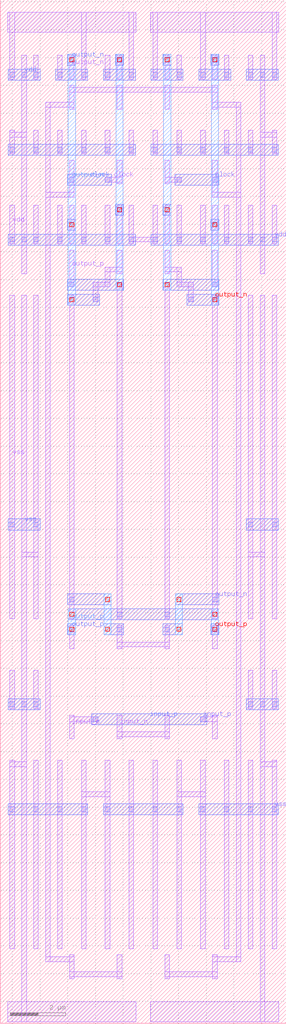
<source format=lef>
VERSION 5.8 ;
BUSBITCHARS "[]" ;
DIVIDERCHAR "/" ;

MACRO strong_arm
  CLASS BLOCK ;
  ORIGIN 0.43 35.79 ;
  FOREIGN strong_arm -0.43 -35.79 ;
  SIZE 10.32 BY 36.87 ;
  SYMMETRY X Y ;
  PIN clock
    DIRECTION INPUT ;
    USE CLOCK ;
    PORT
      LAYER met1 ;
        RECT 5.875 -5.6 7.455 -5.2 ;
        RECT 2.005 -5.6 3.585 -5.2 ;
      LAYER li1 ;
        RECT 7.225 -2.785 8.255 -2.615 ;
        RECT 8.085 -33.565 8.255 -2.615 ;
        RECT 7.225 -6.025 8.255 -5.855 ;
        RECT 7.225 -33.565 8.255 -33.395 ;
        RECT 7.225 -2.855 7.395 -2.005 ;
        RECT 7.225 -6.025 7.395 -4.705 ;
        RECT 7.225 -34.175 7.395 -33.325 ;
        RECT 2.065 -2.245 7.395 -2.075 ;
        RECT 5.505 -34.105 7.395 -33.935 ;
        RECT 5.505 -2.855 5.675 -2.005 ;
        RECT 5.505 -34.175 5.675 -33.325 ;
        RECT 3.785 -2.855 3.955 -2.005 ;
        RECT 3.785 -34.175 3.955 -33.325 ;
        RECT 2.065 -34.105 3.955 -33.935 ;
        RECT 2.065 -2.855 2.235 -2.005 ;
        RECT 2.065 -6.025 2.235 -4.705 ;
        RECT 2.065 -34.175 2.235 -33.325 ;
        RECT 1.205 -2.785 2.235 -2.615 ;
        RECT 1.205 -6.025 2.235 -5.855 ;
        RECT 1.205 -33.565 2.235 -33.395 ;
        RECT 1.205 -33.565 1.375 -2.615 ;
        RECT 5.505 -5.485 6.105 -5.315 ;
        RECT 5.505 -5.555 5.675 -4.705 ;
        RECT 3.785 -5.555 3.955 -4.705 ;
        RECT 3.355 -5.485 3.955 -5.315 ;
      LAYER mcon ;
        RECT 2.065 -5.485 2.235 -5.315 ;
        RECT 3.355 -5.485 3.525 -5.315 ;
        RECT 5.935 -5.485 6.105 -5.315 ;
        RECT 7.225 -5.485 7.395 -5.315 ;
    END
  END clock
  PIN input_n
    DIRECTION INPUT ;
    USE SIGNAL ;
    PORT
      LAYER li1 ;
        RECT 5.505 -25.535 5.675 -24.685 ;
        RECT 3.785 -25.465 5.675 -25.295 ;
        RECT 3.785 -25.535 3.955 -24.685 ;
    END
  END input_n
  PIN input_p
    DIRECTION INPUT ;
    USE SIGNAL ;
    PORT
      LAYER met1 ;
        RECT 2.865 -25.04 7.025 -24.64 ;
      LAYER li1 ;
        RECT 7.225 -25.535 7.395 -24.685 ;
        RECT 6.795 -24.925 7.395 -24.755 ;
        RECT 2.065 -24.925 3.095 -24.755 ;
        RECT 2.065 -25.535 2.235 -24.685 ;
      LAYER mcon ;
        RECT 2.925 -24.925 3.095 -24.755 ;
        RECT 6.795 -24.925 6.965 -24.755 ;
    END
  END input_p
  PIN output_n
    DIRECTION OUTPUT ;
    USE SIGNAL ;
    PORT
      LAYER met2 ;
        RECT 7.18 -9.92 7.44 -0.88 ;
        RECT 5.89 -21.8 6.15 -20.32 ;
        RECT 3.31 -21.8 3.57 -20.32 ;
        RECT 2.02 -9.92 2.28 -0.88 ;
      LAYER met1 ;
        RECT 5.89 -20.72 7.455 -20.32 ;
        RECT 6.305 -9.92 7.455 -9.52 ;
        RECT 7.165 -7.22 7.455 -6.82 ;
        RECT 7.165 -1.28 7.455 -0.88 ;
        RECT 5.445 -21.8 6.15 -21.4 ;
        RECT 3.31 -21.8 4.015 -21.4 ;
        RECT 2.005 -20.72 3.57 -20.32 ;
        RECT 2.005 -9.92 3.155 -9.52 ;
        RECT 2.005 -7.22 2.295 -6.82 ;
        RECT 2.005 -1.28 2.295 -0.88 ;
      LAYER li1 ;
        RECT 7.225 -21.215 7.395 -9.565 ;
        RECT 7.225 -7.715 7.395 -6.325 ;
        RECT 7.225 -1.775 7.395 -0.925 ;
        RECT 5.935 -9.265 6.535 -9.095 ;
        RECT 6.365 -9.805 6.535 -9.095 ;
        RECT 5.505 -8.725 6.105 -8.555 ;
        RECT 5.935 -9.265 6.105 -8.555 ;
        RECT 5.505 -8.795 5.675 -7.945 ;
        RECT 5.505 -22.295 5.675 -21.445 ;
        RECT 3.785 -22.225 5.675 -22.055 ;
        RECT 3.785 -22.295 3.955 -21.445 ;
        RECT 3.785 -8.795 3.955 -7.945 ;
        RECT 3.355 -8.725 3.955 -8.555 ;
        RECT 3.355 -9.265 3.525 -8.555 ;
        RECT 2.925 -9.265 3.525 -9.095 ;
        RECT 2.925 -9.805 3.095 -9.095 ;
        RECT 2.065 -21.215 2.235 -9.565 ;
        RECT 2.065 -7.715 2.235 -6.325 ;
        RECT 2.065 -1.775 2.235 -0.925 ;
      LAYER mcon ;
        RECT 2.065 -1.165 2.235 -0.995 ;
        RECT 2.065 -7.105 2.235 -6.935 ;
        RECT 2.065 -9.805 2.235 -9.635 ;
        RECT 2.065 -20.605 2.235 -20.435 ;
        RECT 2.925 -9.805 3.095 -9.635 ;
        RECT 3.785 -21.685 3.955 -21.515 ;
        RECT 5.505 -21.685 5.675 -21.515 ;
        RECT 6.365 -9.805 6.535 -9.635 ;
        RECT 7.225 -1.165 7.395 -0.995 ;
        RECT 7.225 -7.105 7.395 -6.935 ;
        RECT 7.225 -9.805 7.395 -9.635 ;
        RECT 7.225 -20.605 7.395 -20.435 ;
      LAYER via ;
        RECT 2.075 -1.155 2.225 -1.005 ;
        RECT 2.075 -7.095 2.225 -6.945 ;
        RECT 2.075 -9.795 2.225 -9.645 ;
        RECT 3.365 -20.595 3.515 -20.445 ;
        RECT 3.365 -21.675 3.515 -21.525 ;
        RECT 5.945 -20.595 6.095 -20.445 ;
        RECT 5.945 -21.675 6.095 -21.525 ;
        RECT 7.235 -1.155 7.385 -1.005 ;
        RECT 7.235 -7.095 7.385 -6.945 ;
        RECT 7.235 -9.795 7.385 -9.645 ;
    END
  END output_n
  PIN output_p
    DIRECTION OUTPUT ;
    USE SIGNAL ;
    PORT
      LAYER met2 ;
        RECT 7.18 -21.8 7.44 -20.86 ;
        RECT 5.46 -9.38 5.72 -0.88 ;
        RECT 3.74 -9.38 4 -0.88 ;
        RECT 2.02 -21.8 2.28 -20.86 ;
      LAYER met1 ;
        RECT 7.165 -21.8 7.455 -21.4 ;
        RECT 5.445 -9.38 7.455 -8.98 ;
        RECT 2.02 -21.26 7.44 -20.86 ;
        RECT 5.445 -6.68 5.735 -6.28 ;
        RECT 5.445 -1.28 5.735 -0.88 ;
        RECT 2.005 -9.38 4.015 -8.98 ;
        RECT 3.725 -6.68 4.015 -6.28 ;
        RECT 3.725 -1.28 4.015 -0.88 ;
        RECT 2.005 -21.8 2.295 -21.4 ;
      LAYER li1 ;
        RECT 7.225 -22.295 7.395 -21.445 ;
        RECT 7.225 -9.265 7.395 -7.945 ;
        RECT 5.505 -21.215 5.675 -9.095 ;
        RECT 5.505 -7.715 5.675 -6.325 ;
        RECT 5.505 -1.775 5.675 -0.925 ;
        RECT 3.785 -21.215 3.955 -9.095 ;
        RECT 3.785 -7.715 3.955 -6.325 ;
        RECT 3.785 -1.775 3.955 -0.925 ;
        RECT 2.065 -22.295 2.235 -21.445 ;
        RECT 2.065 -9.265 2.235 -7.945 ;
      LAYER mcon ;
        RECT 2.065 -9.265 2.235 -9.095 ;
        RECT 2.065 -21.685 2.235 -21.515 ;
        RECT 3.785 -1.165 3.955 -0.995 ;
        RECT 3.785 -6.565 3.955 -6.395 ;
        RECT 3.785 -9.265 3.955 -9.095 ;
        RECT 3.785 -21.145 3.955 -20.975 ;
        RECT 5.505 -1.165 5.675 -0.995 ;
        RECT 5.505 -6.565 5.675 -6.395 ;
        RECT 5.505 -9.265 5.675 -9.095 ;
        RECT 5.505 -21.145 5.675 -20.975 ;
        RECT 7.225 -9.265 7.395 -9.095 ;
        RECT 7.225 -21.685 7.395 -21.515 ;
      LAYER via ;
        RECT 2.075 -21.135 2.225 -20.985 ;
        RECT 2.075 -21.675 2.225 -21.525 ;
        RECT 3.795 -1.155 3.945 -1.005 ;
        RECT 3.795 -6.555 3.945 -6.405 ;
        RECT 3.795 -9.255 3.945 -9.105 ;
        RECT 5.515 -1.155 5.665 -1.005 ;
        RECT 5.515 -6.555 5.665 -6.405 ;
        RECT 5.515 -9.255 5.665 -9.105 ;
        RECT 7.235 -21.135 7.385 -20.985 ;
        RECT 7.235 -21.675 7.385 -21.525 ;
    END
  END output_p
  PIN vdd
    DIRECTION INOUT ;
    USE POWER ;
    PORT
      LAYER met1 ;
        RECT 5.015 -7.76 9.605 -7.36 ;
        RECT 5.015 -4.52 9.605 -4.12 ;
        RECT 8.455 -1.82 9.605 -1.42 ;
        RECT 6.735 -1.82 7.885 -1.42 ;
        RECT 5.015 -1.82 6.165 -1.42 ;
        RECT -0.145 -7.76 4.445 -7.36 ;
        RECT -0.145 -4.52 4.445 -4.12 ;
        RECT 3.295 -1.82 4.445 -1.42 ;
        RECT 1.575 -1.82 2.725 -1.42 ;
        RECT -0.145 -1.82 1.005 -1.42 ;
      LAYER li1 ;
        RECT 4.995 -0.085 9.625 0.625 ;
        RECT 9.375 -1.775 9.545 0.625 ;
        RECT 6.795 -1.775 6.965 0.625 ;
        RECT 5.075 -1.775 5.245 0.625 ;
        RECT 9.375 -7.715 9.545 -6.325 ;
        RECT 9.375 -4.475 9.545 -3.625 ;
        RECT 8.945 -3.865 9.545 -3.695 ;
        RECT 8.945 -8.795 9.115 -0.925 ;
        RECT 8.515 -7.715 8.685 -6.325 ;
        RECT 8.515 -4.475 8.685 -3.625 ;
        RECT 8.515 -1.775 8.685 -0.925 ;
        RECT 7.655 -7.715 7.825 -6.325 ;
        RECT 7.655 -4.475 7.825 -3.625 ;
        RECT 7.655 -1.775 7.825 -0.925 ;
        RECT 6.795 -7.715 6.965 -6.325 ;
        RECT 6.795 -4.475 6.965 -3.625 ;
        RECT 5.935 -7.715 6.105 -6.325 ;
        RECT 5.935 -4.475 6.105 -3.625 ;
        RECT 5.935 -1.775 6.105 -0.925 ;
        RECT 5.075 -7.715 5.245 -6.325 ;
        RECT 4.215 -7.645 5.245 -7.475 ;
        RECT 4.215 -7.715 4.385 -6.325 ;
        RECT 5.075 -4.475 5.245 -3.625 ;
        RECT -0.165 -0.085 4.465 0.625 ;
        RECT 4.215 -1.775 4.385 0.625 ;
        RECT 2.495 -1.775 2.665 0.625 ;
        RECT -0.085 -1.775 0.085 0.625 ;
        RECT 4.215 -4.475 4.385 -3.625 ;
        RECT 3.355 -7.715 3.525 -6.325 ;
        RECT 3.355 -4.475 3.525 -3.625 ;
        RECT 3.355 -1.775 3.525 -0.925 ;
        RECT 2.495 -7.715 2.665 -6.325 ;
        RECT 2.495 -4.475 2.665 -3.625 ;
        RECT 1.635 -7.715 1.805 -6.325 ;
        RECT 1.635 -4.475 1.805 -3.625 ;
        RECT 1.635 -1.775 1.805 -0.925 ;
        RECT 0.775 -7.715 0.945 -6.325 ;
        RECT 0.775 -4.475 0.945 -3.625 ;
        RECT 0.775 -1.775 0.945 -0.925 ;
        RECT 0.345 -8.795 0.515 -0.925 ;
        RECT -0.085 -3.865 0.515 -3.695 ;
        RECT -0.085 -4.475 0.085 -3.625 ;
        RECT -0.085 -7.715 0.085 -6.325 ;
      LAYER mcon ;
        RECT -0.085 -1.705 0.085 -1.535 ;
        RECT -0.085 -4.405 0.085 -4.235 ;
        RECT -0.085 -7.645 0.085 -7.475 ;
        RECT 0.345 -1.705 0.515 -1.535 ;
        RECT 0.345 -7.645 0.515 -7.475 ;
        RECT 0.775 -1.705 0.945 -1.535 ;
        RECT 0.775 -4.405 0.945 -4.235 ;
        RECT 0.775 -7.645 0.945 -7.475 ;
        RECT 1.635 -1.705 1.805 -1.535 ;
        RECT 1.635 -4.405 1.805 -4.235 ;
        RECT 1.635 -7.645 1.805 -7.475 ;
        RECT 2.495 -1.705 2.665 -1.535 ;
        RECT 2.495 -4.405 2.665 -4.235 ;
        RECT 2.495 -7.645 2.665 -7.475 ;
        RECT 3.355 -1.705 3.525 -1.535 ;
        RECT 3.355 -4.405 3.525 -4.235 ;
        RECT 3.355 -7.645 3.525 -7.475 ;
        RECT 4.215 -1.705 4.385 -1.535 ;
        RECT 4.215 -4.405 4.385 -4.235 ;
        RECT 4.215 -7.645 4.385 -7.475 ;
        RECT 5.075 -1.705 5.245 -1.535 ;
        RECT 5.075 -4.405 5.245 -4.235 ;
        RECT 5.075 -7.645 5.245 -7.475 ;
        RECT 5.935 -1.705 6.105 -1.535 ;
        RECT 5.935 -4.405 6.105 -4.235 ;
        RECT 5.935 -7.645 6.105 -7.475 ;
        RECT 6.795 -1.705 6.965 -1.535 ;
        RECT 6.795 -4.405 6.965 -4.235 ;
        RECT 6.795 -7.645 6.965 -7.475 ;
        RECT 7.655 -1.705 7.825 -1.535 ;
        RECT 7.655 -4.405 7.825 -4.235 ;
        RECT 7.655 -7.645 7.825 -7.475 ;
        RECT 8.515 -1.705 8.685 -1.535 ;
        RECT 8.515 -4.405 8.685 -4.235 ;
        RECT 8.515 -7.645 8.685 -7.475 ;
        RECT 8.945 -1.705 9.115 -1.535 ;
        RECT 8.945 -7.645 9.115 -7.475 ;
        RECT 9.375 -1.705 9.545 -1.535 ;
        RECT 9.375 -4.405 9.545 -4.235 ;
        RECT 9.375 -7.645 9.545 -7.475 ;
    END
  END vdd
  PIN vss
    DIRECTION INOUT ;
    USE GROUND ;
    PORT
      LAYER met1 ;
        RECT 6.735 -28.28 9.605 -27.88 ;
        RECT 8.455 -24.5 9.605 -24.1 ;
        RECT 8.455 -18.02 9.605 -17.62 ;
        RECT 3.295 -28.28 6.165 -27.88 ;
        RECT -0.145 -28.28 2.725 -27.88 ;
        RECT -0.145 -24.5 1.005 -24.1 ;
        RECT -0.145 -18.02 1.005 -17.62 ;
      LAYER li1 ;
        RECT 4.995 -35.725 9.625 -35.015 ;
        RECT 9.375 -33.095 9.545 -26.305 ;
        RECT 8.945 -26.545 9.545 -26.375 ;
        RECT 8.945 -35.725 9.115 -9.565 ;
        RECT 8.515 -18.985 9.115 -18.815 ;
        RECT 8.515 -21.215 8.685 -9.565 ;
        RECT 9.375 -24.455 9.545 -23.065 ;
        RECT 9.375 -21.215 9.545 -9.565 ;
        RECT 8.515 -33.095 8.685 -26.305 ;
        RECT 8.515 -24.455 8.685 -23.065 ;
        RECT 7.655 -33.095 7.825 -26.305 ;
        RECT 6.795 -33.095 6.965 -26.305 ;
        RECT 5.935 -27.625 6.965 -27.455 ;
        RECT 5.935 -33.095 6.105 -26.305 ;
        RECT 5.075 -33.095 5.245 -26.305 ;
        RECT -0.165 -35.725 4.465 -35.015 ;
        RECT 0.775 -21.215 0.945 -9.565 ;
        RECT 0.345 -18.985 0.945 -18.815 ;
        RECT 0.345 -35.725 0.515 -9.565 ;
        RECT -0.085 -26.545 0.515 -26.375 ;
        RECT -0.085 -33.095 0.085 -26.305 ;
        RECT 4.215 -33.095 4.385 -26.305 ;
        RECT 3.355 -33.095 3.525 -26.305 ;
        RECT 2.495 -27.625 3.525 -27.455 ;
        RECT 2.495 -33.095 2.665 -26.305 ;
        RECT 1.635 -33.095 1.805 -26.305 ;
        RECT 0.775 -33.095 0.945 -26.305 ;
        RECT 0.775 -24.455 0.945 -23.065 ;
        RECT -0.085 -24.455 0.085 -23.065 ;
        RECT -0.085 -21.215 0.085 -9.565 ;
      LAYER mcon ;
        RECT -0.085 -17.905 0.085 -17.735 ;
        RECT -0.085 -24.385 0.085 -24.215 ;
        RECT -0.085 -28.165 0.085 -27.995 ;
        RECT 0.345 -24.385 0.515 -24.215 ;
        RECT 0.775 -17.905 0.945 -17.735 ;
        RECT 0.775 -24.385 0.945 -24.215 ;
        RECT 0.775 -28.165 0.945 -27.995 ;
        RECT 1.635 -28.165 1.805 -27.995 ;
        RECT 2.495 -28.165 2.665 -27.995 ;
        RECT 3.355 -28.165 3.525 -27.995 ;
        RECT 4.215 -28.165 4.385 -27.995 ;
        RECT 5.075 -28.165 5.245 -27.995 ;
        RECT 5.935 -28.165 6.105 -27.995 ;
        RECT 6.795 -28.165 6.965 -27.995 ;
        RECT 7.655 -28.165 7.825 -27.995 ;
        RECT 8.515 -17.905 8.685 -17.735 ;
        RECT 8.515 -24.385 8.685 -24.215 ;
        RECT 8.515 -28.165 8.685 -27.995 ;
        RECT 8.945 -24.385 9.115 -24.215 ;
        RECT 9.375 -17.905 9.545 -17.735 ;
        RECT 9.375 -24.385 9.545 -24.215 ;
        RECT 9.375 -28.165 9.545 -27.995 ;
    END
  END vss
END strong_arm

END LIBRARY

</source>
